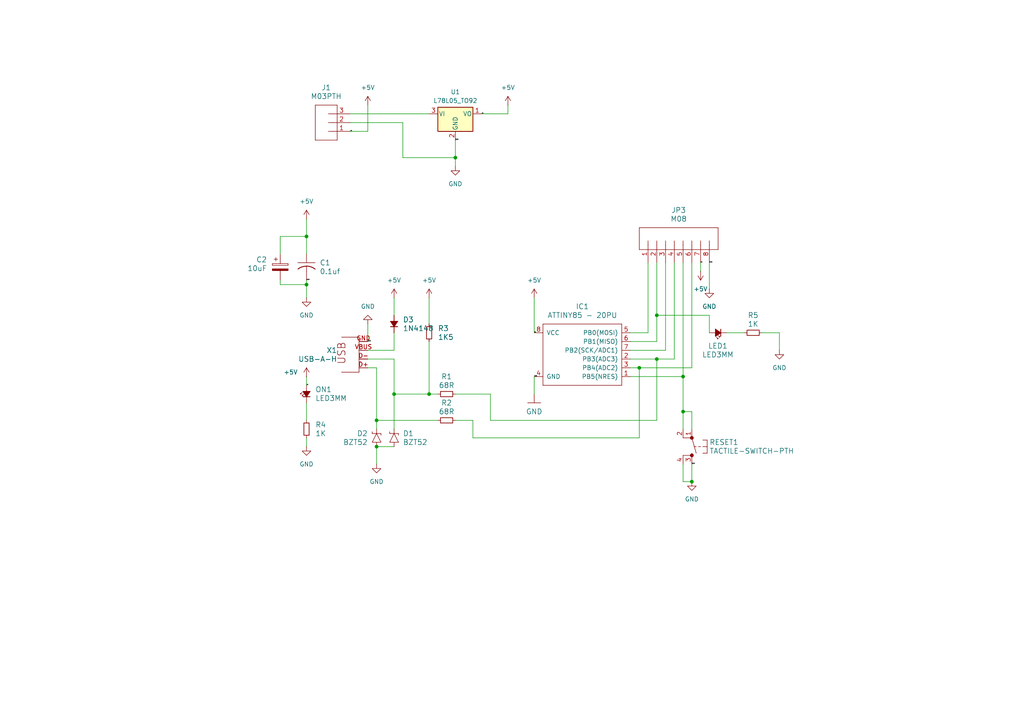
<source format=kicad_sch>
(kicad_sch (version 20250114) (generator "eeschema") (generator_version "9.0")
  (paper "A4")
  (title_block (date "2021-02-06"))
  (lib_symbols
    (symbol "Device:CP" (pin_numbers (hide yes)) (pin_names (offset 0.254))
      (property "Reference" "C" (at 0.635 2.54 0))
      (property "Value" "Device_CP" (at 0.635 -2.54 0))
      (symbol "CP_0_1"
        (rectangle (start -2.286 0.508) (end 2.286 1.016))
        (polyline (pts (xy -1.778 2.286) (xy -0.762 2.286)))
        (polyline (pts (xy -1.27 2.794) (xy -1.27 1.778)))
        (rectangle (start 2.286 -0.508) (end -2.286 -1.016) (fill (type outline)))
      )
      (symbol "CP_1_1"
        (pin passive line (at 0 3.81 270) (length 2.794) (name "~") (number "1"))
        (pin passive line (at 0 -3.81 90) (length 2.794) (name "~") (number "2"))
      )
    )
    (symbol "Device:D_Small_Filled" (pin_numbers (hide yes)) (pin_names (offset 0.254) (hide yes))
      (property "Reference" "D" (at -1.27 2.032 0))
      (property "Value" "D_Small_Filled" (at -3.81 -2.032 0))
      (symbol "D_Small_Filled_0_1"
        (polyline (pts (xy -0.762 0) (xy 0.762 0)))
        (polyline (pts (xy -0.762 -1.016) (xy -0.762 1.016)) (stroke (width 0.254)))
        (polyline (pts (xy 0.762 -1.016) (xy -0.762 0) (xy 0.762 1.016) (xy 0.762 -1.016)) (stroke (width 0.254)) (fill (type outline)))
      )
      (symbol "D_Small_Filled_1_1"
        (pin passive line (at -2.54 0 0) (length 1.778) (name "K") (number "1"))
        (pin passive line (at 2.54 0 180) (length 1.778) (name "A") (number "2"))
      )
    )
    (symbol "Device:LED_Small_Filled" (pin_numbers (hide yes)) (pin_names (offset 0.254) (hide yes))
      (property "Reference" "D" (at -1.27 3.175 0))
      (property "Value" "LED_Small_Filled" (at -4.445 -2.54 0))
      (symbol "LED_Small_Filled_0_1"
        (polyline (pts (xy -0.762 -1.016) (xy -0.762 1.016)) (stroke (width 0.254)))
        (polyline (pts (xy 0 0.762) (xy -0.508 1.27) (xy -0.254 1.27) (xy -0.508 1.27) (xy -0.508 1.016)))
        (polyline (pts (xy 0.508 1.27) (xy 0 1.778) (xy 0.254 1.778) (xy 0 1.778) (xy 0 1.524)))
        (polyline (pts (xy 0.762 -1.016) (xy -0.762 0) (xy 0.762 1.016) (xy 0.762 -1.016)) (stroke (width 0.254)) (fill (type outline)))
        (polyline (pts (xy 1.016 0) (xy -0.762 0)))
      )
      (symbol "LED_Small_Filled_1_1"
        (pin passive line (at -2.54 0 0) (length 1.778) (name "K") (number "1"))
        (pin passive line (at 2.54 0 180) (length 1.778) (name "A") (number "2"))
      )
    )
    (symbol "Device:R_Small" (pin_numbers (hide yes)) (pin_names (offset 0.254) (hide yes))
      (property "Reference" "R" (at 0 0 90))
      (property "Value" "R_Small" (at 1.778 0 90))
      (symbol "R_Small_0_1"
        (rectangle (start -0.762 1.778) (end 0.762 -1.778) (stroke (width 0.2032)))
      )
      (symbol "R_Small_1_1"
        (pin passive line (at 0 2.54 270) (length 0.762) (name "~") (number "1"))
        (pin passive line (at 0 -2.54 90) (length 0.762) (name "~") (number "2"))
      )
    )
    (symbol "Franzininho-eagle-import:ATTINY45TINY45-20-DIP" (pin_names (offset 1.016))
      (property "Reference" "U" (at -12.7 10.16 0))
      (property "Value" "ATTINY45TINY45-20-DIP" (at -12.7 -10.16 0))
      (symbol "ATTINY45TINY45-20-DIP_1_0"
        (polyline (pts (xy -12.7 10.16) (xy 10.16 10.16)))
        (polyline (pts (xy -12.7 -7.62) (xy -12.7 10.16)))
        (polyline (pts (xy 10.16 10.16) (xy 10.16 -7.62)))
        (polyline (pts (xy 10.16 -7.62) (xy -12.7 -7.62)))
        (pin unspecified line (at -15.24 7.62 0) (length 2.54) (name "VCC") (number "8"))
        (pin unspecified line (at -15.24 -5.08 0) (length 2.54) (name "GND") (number "4"))
        (pin unspecified line (at 12.7 7.62 180) (length 2.54) (name "PB0(MOSI)") (number "5"))
        (pin unspecified line (at 12.7 5.08 180) (length 2.54) (name "PB1(MISO)") (number "6"))
        (pin unspecified line (at 12.7 2.54 180) (length 2.54) (name "PB2(SCK/ADC1)") (number "7"))
        (pin unspecified line (at 12.7 0 180) (length 2.54) (name "PB3(ADC3)") (number "2"))
        (pin unspecified line (at 12.7 -2.54 180) (length 2.54) (name "PB4(ADC2)") (number "3"))
        (pin unspecified line (at 12.7 -5.08 180) (length 2.54) (name "PB5(NRES)") (number "1"))
      )
    )
    (symbol "Franzininho-eagle-import:C-US025-025X050" (pin_names (offset 1.016))
      (property "Reference" "C" (at 1.016 0.635 0))
      (property "Value" "C-US025-025X050" (at 1.016 -4.191 0))
      (symbol "C-US025-025X050_1_0"
        (polyline (pts (xy -2.54 0) (xy 2.54 0)))
        (arc (start -2.4638 -1.8288) (mid -1.3004 -1.2095) (end 0 -1.016) (stroke (width 0.254)))
        (polyline (pts (xy 0 -1.016) (xy 0 -2.54)))
        (arc (start 0 -0.9906) (mid 1.3181 -1.2117) (end 2.4892 -1.8542) (stroke (width 0.254)))
        (pin passive line (at 0 2.54 270) (length 2.54) (name "1") (number "1"))
        (pin passive line (at 0 -5.08 90) (length 2.54) (name "2") (number "2"))
      )
    )
    (symbol "Franzininho-eagle-import:DIODE-ZENER" (pin_names (offset 1.016))
      (property "Reference" "D" (at 2.54 0.4826 0))
      (property "Value" "DIODE-ZENER" (at 2.54 -2.3114 0))
      (symbol "DIODE-ZENER_1_0"
        (polyline (pts (xy -2.54 0) (xy -1.27 0)))
        (polyline (pts (xy -1.27 1.27) (xy -1.27 0)))
        (polyline (pts (xy -1.27 0) (xy -1.27 -1.27)))
        (polyline (pts (xy -1.27 -1.27) (xy 1.27 0)))
        (polyline (pts (xy 1.27 1.27) (xy 1.27 0)))
        (polyline (pts (xy 1.27 1.27) (xy 1.778 1.27)))
        (polyline (pts (xy 1.27 0) (xy -1.27 1.27)))
        (polyline (pts (xy 1.27 0) (xy 1.27 -1.27)))
        (polyline (pts (xy 1.27 -1.27) (xy 0.762 -1.27)))
        (polyline (pts (xy 2.54 0) (xy 1.27 0)))
        (pin passive line (at -2.54 0 0) (length 0) (name "A") (number "A"))
        (pin passive line (at 2.54 0 180) (length 0) (name "C") (number "C"))
      )
    )
    (symbol "Franzininho-eagle-import:GND" (power) (pin_names (offset 1.016))
      (property "Value" "GND" (at -2.54 -2.54 0))
      (symbol "GND_1_0"
        (polyline (pts (xy -1.905 0) (xy 1.905 0)))
        (pin power_in line (at 0 2.54 270) (length 2.54) (name "GND") (number "1"))
      )
    )
    (symbol "Franzininho-eagle-import:M03PTH" (pin_names (offset 1.016))
      (property "Reference" "J" (at -2.54 5.842 0))
      (property "Value" "M03PTH" (at -2.54 -7.62 0))
      (symbol "M03PTH_1_0"
        (polyline (pts (xy -2.54 5.08) (xy -2.54 -5.08)))
        (polyline (pts (xy -2.54 5.08) (xy 3.81 5.08)))
        (polyline (pts (xy 1.27 2.54) (xy 2.54 2.54)))
        (polyline (pts (xy 1.27 0) (xy 2.54 0)))
        (polyline (pts (xy 1.27 -2.54) (xy 2.54 -2.54)))
        (polyline (pts (xy 3.81 -5.08) (xy -2.54 -5.08)))
        (polyline (pts (xy 3.81 -5.08) (xy 3.81 5.08)))
        (pin passive line (at 7.62 2.54 180) (length 5.08) (name "3") (number "3"))
        (pin passive line (at 7.62 0 180) (length 5.08) (name "2") (number "2"))
        (pin passive line (at 7.62 -2.54 180) (length 5.08) (name "1") (number "1"))
      )
    )
    (symbol "Franzininho-eagle-import:M08" (pin_names (offset 1.016))
      (property "Reference" "J" (at -5.08 13.462 0))
      (property "Value" "M08" (at -5.08 -12.7 0))
      (symbol "M08_1_0"
        (polyline (pts (xy -5.08 12.7) (xy -5.08 -10.16)))
        (polyline (pts (xy -5.08 12.7) (xy 1.27 12.7)))
        (polyline (pts (xy -1.27 10.16) (xy 0 10.16)))
        (polyline (pts (xy -1.27 7.62) (xy 0 7.62)))
        (polyline (pts (xy -1.27 5.08) (xy 0 5.08)))
        (polyline (pts (xy -1.27 2.54) (xy 0 2.54)))
        (polyline (pts (xy -1.27 0) (xy 0 0)))
        (polyline (pts (xy -1.27 -2.54) (xy 0 -2.54)))
        (polyline (pts (xy -1.27 -5.08) (xy 0 -5.08)))
        (polyline (pts (xy -1.27 -7.62) (xy 0 -7.62)))
        (polyline (pts (xy 1.27 -10.16) (xy -5.08 -10.16)))
        (polyline (pts (xy 1.27 -10.16) (xy 1.27 12.7)))
        (pin passive line (at 5.08 10.16 180) (length 5.08) (name "8") (number "8"))
        (pin passive line (at 5.08 7.62 180) (length 5.08) (name "7") (number "7"))
        (pin passive line (at 5.08 5.08 180) (length 5.08) (name "6") (number "6"))
        (pin passive line (at 5.08 2.54 180) (length 5.08) (name "5") (number "5"))
        (pin passive line (at 5.08 0 180) (length 5.08) (name "4") (number "4"))
        (pin passive line (at 5.08 -2.54 180) (length 5.08) (name "3") (number "3"))
        (pin passive line (at 5.08 -5.08 180) (length 5.08) (name "2") (number "2"))
        (pin passive line (at 5.08 -7.62 180) (length 5.08) (name "1") (number "1"))
      )
    )
    (symbol "Franzininho-eagle-import:TACTILE-SWITCH-PTH" (pin_names (offset 1.016))
      (property "Value" "TACTILE-SWITCH-PTH" (at -4.318 -5.334 0))
      (symbol "TACTILE-SWITCH-PTH_1_0"
        (circle (center -2.54 0) (radius 0.127) (stroke (width 0.4064)))
        (polyline (pts (xy -2.54 0) (xy 1.905 1.27)))
        (polyline (pts (xy -2.54 -2.54) (xy -2.54 0)))
        (polyline (pts (xy -1.905 4.445) (xy -1.905 3.175)))
        (polyline (pts (xy 0 4.445) (xy -1.905 4.445)))
        (polyline (pts (xy 0 4.445) (xy 0 3.175)))
        (polyline (pts (xy 0 2.54) (xy 0 1.905)))
        (polyline (pts (xy 0 1.27) (xy 0 0.635)))
        (polyline (pts (xy 1.905 4.445) (xy 0 4.445)))
        (polyline (pts (xy 1.905 4.445) (xy 1.905 3.175)))
        (polyline (pts (xy 1.905 0) (xy 2.54 0)))
        (circle (center 2.54 0) (radius 0.127) (stroke (width 0.4064)))
        (polyline (pts (xy 2.54 -2.54) (xy 2.54 0)))
        (pin passive line (at -5.08 0 0) (length 2.54) (name "1") (number "1"))
        (pin passive line (at -5.08 -2.54 0) (length 2.54) (name "2") (number "2"))
        (pin passive line (at 5.08 0 180) (length 2.54) (name "3") (number "3"))
        (pin passive line (at 5.08 -2.54 180) (length 2.54) (name "4") (number "4"))
      )
    )
    (symbol "Franzininho-eagle-import:USB-A-H" (pin_names (offset 1.016))
      (property "Reference" "J" (at 0 9.525 0))
      (property "Value" "USB-A-H" (at 0 -3.81 0))
      (symbol "USB-A-H_1_0"
        (polyline (pts (xy 0 8.89) (xy 0 -1.27)))
        (polyline (pts (xy 0 -1.27) (xy 5.08 -1.27)))
        (polyline (pts (xy 5.08 8.89) (xy 0 8.89)))
        (text "USB" (at 3.81 0 900) (effects (font (size 2.159 2.159)) (justify left bottom)))
        (pin unspecified line (at -2.54 7.62 0) (length 2.54) (name "D+") (number "D+"))
        (pin unspecified line (at -2.54 5.08 0) (length 2.54) (name "D-") (number "D-"))
        (pin unspecified line (at -2.54 2.54 0) (length 2.54) (name "VBUS") (number "VBUS"))
        (pin unspecified line (at -2.54 0 0) (length 2.54) (name "GND") (number "GND"))
      )
    )
    (symbol "Regulator_Linear:L78L05_TO92" (pin_names (offset 0.254))
      (property "Reference" "U" (at -3.81 3.175 0))
      (property "Value" "L78L05_TO92" (at 0 3.175 0))
      (symbol "L78L05_TO92_0_1"
        (rectangle (start -5.08 -5.08) (end 5.08 1.905) (stroke (width 0.254)) (fill (type background)))
      )
      (symbol "L78L05_TO92_1_1"
        (pin power_in line (at -7.62 0 0) (length 2.54) (name "VI") (number "3"))
        (pin power_in line (at 0 -7.62 90) (length 2.54) (name "GND") (number "2"))
        (pin power_out line (at 7.62 0 180) (length 2.54) (name "VO") (number "1"))
      )
    )
    (symbol "power:+5V" (power) (pin_numbers (hide yes)) (pin_names (offset 0) (hide yes))
      (property "Value" "+5V" (at 0 3.556 0))
      (symbol "+5V_0_1"
        (polyline (pts (xy -0.762 1.27) (xy 0 2.54)))
        (polyline (pts (xy 0 2.54) (xy 0.762 1.27)))
        (polyline (pts (xy 0 0) (xy 0 2.54)))
      )
      (symbol "+5V_1_1"
        (pin power_in line (at 0 0 90) (length 0) (name "~") (number "1"))
      )
    )
    (symbol "power:GND" (power) (pin_numbers (hide yes)) (pin_names (offset 0) (hide yes))
      (property "Value" "GND" (at 0 -3.81 0))
      (symbol "GND_0_1"
        (polyline (pts (xy 0 0) (xy 0 -1.27) (xy 1.27 -1.27) (xy 0 -2.54) (xy -1.27 -1.27) (xy 0 -1.27)))
      )
      (symbol "GND_1_1"
        (pin power_in line (at 0 0 270) (length 0) (name "~") (number "1"))
      )
    )
  )
  (junction (at 88.9 82.55))
  (junction (at 132.08 45.72))
  (junction (at 190.5 104.14))
  (junction (at 109.22 129.54))
  (junction (at 190.5 91.44))
  (junction (at 114.3 114.3))
  (junction (at 124.46 114.3))
  (junction (at 200.66 139.7))
  (junction (at 88.9 68.58))
  (junction (at 198.12 109.22))
  (junction (at 109.22 121.92))
  (junction (at 198.12 119.38))
  (junction (at 185.42 106.68))
  (wire (pts (xy 116.84 35.56) (xy 116.84 45.72)))
  (wire (pts (xy 182.88 99.06) (xy 190.5 99.06)))
  (wire (pts (xy 190.5 104.14) (xy 195.58 104.14)))
  (wire (pts (xy 124.46 114.3) (xy 127 114.3)))
  (wire (pts (xy 114.3 129.54) (xy 109.22 129.54)))
  (wire (pts (xy 210.82 96.52) (xy 215.9 96.52)))
  (wire (pts (xy 106.68 104.14) (xy 114.3 104.14)))
  (wire (pts (xy 109.22 106.68) (xy 109.22 121.92)))
  (wire (pts (xy 187.96 76.2) (xy 187.96 96.52)))
  (wire (pts (xy 88.9 81.28) (xy 88.9 82.55)))
  (wire (pts (xy 182.88 96.52) (xy 187.96 96.52)))
  (wire (pts (xy 195.58 76.2) (xy 195.58 104.14)))
  (wire (pts (xy 106.68 101.6) (xy 114.3 101.6)))
  (wire (pts (xy 182.88 101.6) (xy 193.04 101.6)))
  (wire (pts (xy 154.94 96.52) (xy 154.94 86.36)))
  (wire (pts (xy 182.88 104.14) (xy 190.5 104.14)))
  (wire (pts (xy 226.06 96.52) (xy 226.06 101.6)))
  (wire (pts (xy 190.5 121.92) (xy 142.24 121.92)))
  (wire (pts (xy 88.9 82.55) (xy 88.9 86.36)))
  (wire (pts (xy 190.5 76.2) (xy 190.5 91.44)))
  (wire (pts (xy 198.12 134.62) (xy 198.12 139.7)))
  (wire (pts (xy 200.66 134.62) (xy 200.66 139.7)))
  (wire (pts (xy 106.68 30.48) (xy 106.68 38.1)))
  (wire (pts (xy 193.04 76.2) (xy 193.04 101.6)))
  (wire (pts (xy 190.5 104.14) (xy 190.5 121.92)))
  (wire (pts (xy 114.3 124.46) (xy 114.3 114.3)))
  (wire (pts (xy 147.32 33.02) (xy 147.32 30.48)))
  (wire (pts (xy 116.84 45.72) (xy 132.08 45.72)))
  (wire (pts (xy 124.46 33.02) (xy 101.6 33.02)))
  (wire (pts (xy 88.9 63.5) (xy 88.9 68.58)))
  (wire (pts (xy 200.66 76.2) (xy 200.66 106.68)))
  (wire (pts (xy 109.22 121.92) (xy 127 121.92)))
  (wire (pts (xy 200.66 119.38) (xy 198.12 119.38)))
  (wire (pts (xy 101.6 35.56) (xy 116.84 35.56)))
  (wire (pts (xy 109.22 124.46) (xy 109.22 121.92)))
  (wire (pts (xy 88.9 127) (xy 88.9 129.54)))
  (wire (pts (xy 124.46 99.06) (xy 124.46 114.3)))
  (wire (pts (xy 198.12 139.7) (xy 200.66 139.7)))
  (wire (pts (xy 182.88 106.68) (xy 185.42 106.68)))
  (wire (pts (xy 132.08 40.64) (xy 132.08 45.72)))
  (wire (pts (xy 190.5 99.06) (xy 190.5 91.44)))
  (wire (pts (xy 205.74 76.2) (xy 205.74 83.82)))
  (wire (pts (xy 185.42 106.68) (xy 185.42 127)))
  (wire (pts (xy 154.94 109.22) (xy 154.94 114.3)))
  (wire (pts (xy 198.12 119.38) (xy 198.12 109.22)))
  (wire (pts (xy 205.74 91.44) (xy 205.74 96.52)))
  (wire (pts (xy 114.3 86.36) (xy 114.3 91.44)))
  (wire (pts (xy 114.3 96.52) (xy 114.3 101.6)))
  (wire (pts (xy 132.08 45.72) (xy 132.08 48.26)))
  (wire (pts (xy 198.12 76.2) (xy 198.12 109.22)))
  (wire (pts (xy 137.16 121.92) (xy 137.16 127)))
  (wire (pts (xy 147.32 33.02) (xy 139.7 33.02)))
  (wire (pts (xy 132.08 114.3) (xy 142.24 114.3)))
  (wire (pts (xy 142.24 121.92) (xy 142.24 114.3)))
  (wire (pts (xy 88.9 68.58) (xy 88.9 73.66)))
  (wire (pts (xy 220.98 96.52) (xy 226.06 96.52)))
  (wire (pts (xy 109.22 129.54) (xy 109.22 134.62)))
  (wire (pts (xy 106.68 99.06) (xy 106.68 93.98)))
  (wire (pts (xy 182.88 109.22) (xy 198.12 109.22)))
  (wire (pts (xy 81.28 81.28) (xy 81.28 82.55)))
  (wire (pts (xy 114.3 114.3) (xy 124.46 114.3)))
  (wire (pts (xy 81.28 82.55) (xy 88.9 82.55)))
  (wire (pts (xy 88.9 111.76) (xy 88.9 109.22)))
  (wire (pts (xy 124.46 86.36) (xy 124.46 93.98)))
  (wire (pts (xy 81.28 73.66) (xy 81.28 68.58)))
  (wire (pts (xy 137.16 127) (xy 185.42 127)))
  (wire (pts (xy 101.6 38.1) (xy 106.68 38.1)))
  (wire (pts (xy 200.66 106.68) (xy 185.42 106.68)))
  (wire (pts (xy 88.9 116.84) (xy 88.9 121.92)))
  (wire (pts (xy 203.2 76.2) (xy 203.2 78.74)))
  (wire (pts (xy 81.28 68.58) (xy 88.9 68.58)))
  (wire (pts (xy 200.66 124.46) (xy 200.66 119.38)))
  (wire (pts (xy 114.3 114.3) (xy 114.3 104.14)))
  (wire (pts (xy 106.68 106.68) (xy 109.22 106.68)))
  (wire (pts (xy 198.12 124.46) (xy 198.12 119.38)))
  (wire (pts (xy 205.74 91.44) (xy 190.5 91.44)))
  (wire (pts (xy 132.08 121.92) (xy 137.16 121.92)))
  (label "5V" (at 139.7 33.02 0) (effects (font (size 0.254 0.254))))
  (label "GND" (at 132.08 40.64 0) (effects (font (size 0.254 0.254))))
  (label "5V" (at 203.2 76.2 0) (effects (font (size 0.254 0.254))))
  (label "GND" (at 154.94 109.22 0) (effects (font (size 0.254 0.254))))
  (label "5V" (at 88.9 111.76 0) (effects (font (size 0.254 0.254))))
  (label "GND" (at 205.74 76.2 0) (effects (font (size 0.254 0.254))))
  (label "GND" (at 88.9 81.28 0) (effects (font (size 0.254 0.254))))
  (label "GND" (at 200.66 134.62 0) (effects (font (size 0.254 0.254))))
  (label "5V" (at 101.6 38.1 0) (effects (font (size 0.254 0.254))))
  (label "GND" (at 106.68 99.06 0) (effects (font (size 0.254 0.254))))
  (label "5V" (at 154.94 96.52 0) (effects (font (size 0.254 0.254))))
  (symbol (lib_id "Franzininho-eagle-import:TACTILE-SWITCH-PTH") (at 200.66 129.54 270) (unit 1)
    (property "Reference" "RESET1" (at 205.74 128.2699 90) (effects (font (size 1.4986 1.4986)) (justify left)))
    (property "Value" "TACTILE-SWITCH-PTH" (at 205.74 130.8099 90) (effects (font (size 1.4986 1.4986)) (justify left)))
    (property "Footprint" "Franzininho:TAC-SWITCH-PTH" (effects (hide yes)))
  )
  (symbol (lib_id "Device:LED_Small_Filled") (at 208.28 96.52 180) (unit 1)
    (property "Reference" "LED1" (at 208.2165 100.33 0) (effects (font (size 1.4986 1.4986))))
    (property "Value" "LED3MM" (at 208.2165 102.87 0) (effects (font (size 1.4986 1.4986))))
    (property "Footprint" "Franzininho:LED3MM" (effects (hide yes)))
    (property "Description" "Light emitting diode, small symbol, filled shape" (effects (hide yes)))
    (property "Sim.Pins" "1=K 2=A" (effects (hide yes)))
  )
  (symbol (lib_id "Franzininho-eagle-import:M03PTH") (at 93.98 35.56 0) (unit 1)
    (property "Reference" "J1" (at 94.615 25.4 0) (effects (font (size 1.4986 1.4986))))
    (property "Value" "M03PTH" (at 94.615 27.94 0) (effects (font (size 1.4986 1.4986))))
    (property "Footprint" "Franzininho:1X03" (effects (hide yes)))
  )
  (symbol (lib_id "Franzininho-eagle-import:GND") (at 154.94 116.84 0) (unit 1)
    (property "Reference" "#GND02" (effects (hide yes)))
    (property "Value" "GND" (at 154.94 119.38 0) (effects (font (size 1.4986 1.4986))))
  )
  (symbol (lib_id "Franzininho-eagle-import:DIODE-ZENER") (at 109.22 127 90) (unit 1)
    (property "Reference" "D2" (at 106.68 125.7299 90) (effects (font (size 1.4986 1.4986)) (justify left)))
    (property "Value" "BZT52" (at 106.68 128.2699 90) (effects (font (size 1.4986 1.4986)) (justify left)))
    (property "Footprint" "Franzininho:DIODE-BZT52" (effects (hide yes)))
  )
  (symbol (lib_id "Device:R_Small") (at 129.54 114.3 90) (unit 1)
    (property "Reference" "R1" (at 129.54 109.22 90) (effects (font (size 1.4986 1.4986))))
    (property "Value" "68R" (at 129.54 111.76 90) (effects (font (size 1.4986 1.4986))))
    (property "Footprint" "Franzininho:AXIAL-0.4" (effects (hide yes)))
    (property "Description" "Resistor, small symbol" (effects (hide yes)))
  )
  (symbol (lib_id "Regulator_Linear:L78L05_TO92") (at 132.08 33.02 0) (unit 1)
    (property "Reference" "U1" (at 132.08 26.67 0))
    (property "Value" "L78L05_TO92" (at 132.08 29.21 0))
    (property "Footprint" "library:TO-92_Inline_Wide" (effects (hide yes)))
    (property "Datasheet" "http://www.st.com/content/ccc/resource/technical/document/datasheet/15/55/e5/aa/23/5b/43/fd/CD00000446.pdf/files/CD00000446.pdf/jcr:content/translations/en.CD00000446.pdf" (effects (hide yes)))
  )
  (symbol (lib_id "Device:R_Small") (at 124.46 96.52 0) (unit 1)
    (property "Reference" "R3" (at 127 95.2499 0) (effects (font (size 1.4986 1.4986)) (justify left)))
    (property "Value" "1K5" (at 127 97.7899 0) (effects (font (size 1.4986 1.4986)) (justify left)))
    (property "Footprint" "Franzininho:AXIAL-0.4" (effects (hide yes)))
    (property "Description" "Resistor, small symbol" (effects (hide yes)))
  )
  (symbol (lib_id "Franzininho-eagle-import:M08") (at 195.58 71.12 270) (unit 1)
    (property "Reference" "JP3" (at 196.85 60.96 90) (effects (font (size 1.4986 1.4986))))
    (property "Value" "M08" (at 196.85 63.5 90) (effects (font (size 1.4986 1.4986))))
    (property "Footprint" "Franzininho:1X08_ROUND" (effects (hide yes)))
  )
  (symbol (lib_id "Device:CP") (at 81.28 77.47 0) (unit 1)
    (property "Reference" "C2" (at 77.47 75.3109 0) (effects (font (size 1.4986 1.4986)) (justify right)))
    (property "Value" "10uF" (at 77.47 77.8509 0) (effects (font (size 1.4986 1.4986)) (justify right)))
    (property "Footprint" "Capacitors_THT:CP_Radial_D5.0mm_P2.50mm" (effects (hide yes)))
  )
  (symbol (lib_id "Franzininho-eagle-import:USB-A-H") (at 104.14 99.06 180) (unit 1)
    (property "Reference" "X1" (at 97.79 101.5999 0) (effects (font (size 1.4986 1.4986)) (justify left)))
    (property "Value" "USB-A-H" (at 97.79 104.1399 0) (effects (font (size 1.4986 1.4986)) (justify left)))
    (property "Footprint" "Franzininho:USB-A-H" (effects (hide yes)))
  )
  (symbol (lib_id "Franzininho-eagle-import:DIODE-ZENER") (at 114.3 127 90) (unit 1)
    (property "Reference" "D1" (at 116.84 125.7299 90) (effects (font (size 1.4986 1.4986)) (justify right)))
    (property "Value" "BZT52" (at 116.84 128.2699 90) (effects (font (size 1.4986 1.4986)) (justify right)))
    (property "Footprint" "Franzininho:DIODE-BZT52" (effects (hide yes)))
  )
  (symbol (lib_id "Device:R_Small") (at 129.54 121.92 90) (unit 1)
    (property "Reference" "R2" (at 129.54 116.84 90) (effects (font (size 1.4986 1.4986))))
    (property "Value" "68R" (at 129.54 119.38 90) (effects (font (size 1.4986 1.4986))))
    (property "Footprint" "Franzininho:AXIAL-0.4" (effects (hide yes)))
    (property "Description" "Resistor, small symbol" (effects (hide yes)))
  )
  (symbol (lib_id "Franzininho-eagle-import:ATTINY45TINY45-20-DIP") (at 170.18 104.14 0) (unit 1)
    (property "Reference" "IC1" (at 168.91 88.9 0) (effects (font (size 1.4986 1.4986))))
    (property "Value" "ATTINY85 - 20PU" (at 168.91 91.44 0) (effects (font (size 1.4986 1.4986))))
    (property "Footprint" "Housings_DIP:DIP-8_W7.62mm_Socket_LongPads" (effects (hide yes)))
  )
  (symbol (lib_id "Device:R_Small") (at 218.44 96.52 270) (unit 1)
    (property "Reference" "R5" (at 218.44 91.44 90) (effects (font (size 1.4986 1.4986))))
    (property "Value" "1K" (at 218.44 93.98 90) (effects (font (size 1.4986 1.4986))))
    (property "Footprint" "Franzininho:AXIAL-0.4" (effects (hide yes)))
    (property "Description" "Resistor, small symbol" (effects (hide yes)))
  )
  (symbol (lib_id "Device:R_Small") (at 88.9 124.46 180) (unit 1)
    (property "Reference" "R4" (at 91.44 123.1899 0) (effects (font (size 1.4986 1.4986)) (justify right)))
    (property "Value" "1K" (at 91.44 125.7299 0) (effects (font (size 1.4986 1.4986)) (justify right)))
    (property "Footprint" "Franzininho:AXIAL-0.4" (effects (hide yes)))
    (property "Description" "Resistor, small symbol" (effects (hide yes)))
  )
  (symbol (lib_id "Device:LED_Small_Filled") (at 88.9 114.3 90) (unit 1)
    (property "Reference" "ON1" (at 91.44 112.9664 90) (effects (font (size 1.4986 1.4986)) (justify right)))
    (property "Value" "LED3MM" (at 91.44 115.5064 90) (effects (font (size 1.4986 1.4986)) (justify right)))
    (property "Footprint" "Franzininho:LED3MM" (effects (hide yes)))
    (property "Description" "Light emitting diode, small symbol, filled shape" (effects (hide yes)))
    (property "Sim.Pins" "1=K 2=A" (effects (hide yes)))
  )
  (symbol (lib_id "Franzininho-eagle-import:C-US025-025X050") (at 88.9 76.2 0) (unit 1)
    (property "Reference" "C1" (at 92.71 76.1999 0) (effects (font (size 1.4986 1.4986)) (justify left)))
    (property "Value" "0.1uf" (at 92.71 78.7399 0) (effects (font (size 1.4986 1.4986)) (justify left)))
    (property "Footprint" "Franzininho:C025-025X050" (effects (hide yes)))
  )
  (symbol (lib_id "Device:D_Small_Filled") (at 114.3 93.98 90) (unit 1)
    (property "Reference" "D3" (at 116.84 92.7099 90) (effects (font (size 1.4986 1.4986)) (justify right)))
    (property "Value" "1N4148" (at 116.84 95.2499 90) (effects (font (size 1.4986 1.4986)) (justify right)))
    (property "Footprint" "Franzininho:DIODE-1N4148" (effects (hide yes)))
    (property "Description" "Diode, small symbol, filled shape" (effects (hide yes)))
    (property "Sim.Device" "D" (effects (hide yes)))
    (property "Sim.Pins" "1=K 2=A" (effects (hide yes)))
  )
  (symbol (lib_id "power:+5V") (at 88.9 63.5 0) (unit 1)
    (property "Reference" "#PWR010" (effects (hide yes)))
    (property "Value" "+5V" (at 88.9 58.42 0))
    (property "Description" "Power symbol creates a global label with name \"+5V\"" (effects (hide yes)))
  )
  (symbol (lib_id "power:GND") (at 132.08 48.26 0) (unit 1)
    (property "Reference" "#PWR06" (effects (hide yes)))
    (property "Value" "GND" (at 132.08 53.34 0))
    (property "Description" "Power symbol creates a global label with name \"GND\" , ground" (effects (hide yes)))
  )
  (symbol (lib_id "power:GND") (at 109.22 134.62 0) (unit 1)
    (property "Reference" "#PWR03" (effects (hide yes)))
    (property "Value" "GND" (at 109.22 139.7 0))
    (property "Description" "Power symbol creates a global label with name \"GND\" , ground" (effects (hide yes)))
  )
  (symbol (lib_id "power:+5V") (at 106.68 30.48 0) (unit 1)
    (property "Reference" "#PWR09" (effects (hide yes)))
    (property "Value" "+5V" (at 106.68 25.4 0))
    (property "Description" "Power symbol creates a global label with name \"+5V\"" (effects (hide yes)))
  )
  (symbol (lib_id "power:GND") (at 205.74 83.82 0) (unit 1)
    (property "Reference" "#PWR07" (effects (hide yes)))
    (property "Value" "GND" (at 205.74 88.9 0))
    (property "Description" "Power symbol creates a global label with name \"GND\" , ground" (effects (hide yes)))
  )
  (symbol (lib_id "power:GND") (at 106.68 93.98 180) (unit 1)
    (property "Reference" "#PWR016" (effects (hide yes)))
    (property "Value" "GND" (at 106.68 88.9 0))
    (property "Description" "Power symbol creates a global label with name \"GND\" , ground" (effects (hide yes)))
  )
  (symbol (lib_id "power:GND") (at 88.9 86.36 0) (unit 1)
    (property "Reference" "#PWR05" (effects (hide yes)))
    (property "Value" "GND" (at 88.9 91.44 0))
    (property "Description" "Power symbol creates a global label with name \"GND\" , ground" (effects (hide yes)))
  )
  (symbol (lib_id "power:GND") (at 226.06 101.6 0) (unit 1)
    (property "Reference" "#PWR01" (effects (hide yes)))
    (property "Value" "GND" (at 226.06 106.68 0))
    (property "Description" "Power symbol creates a global label with name \"GND\" , ground" (effects (hide yes)))
  )
  (symbol (lib_id "power:+5V") (at 124.46 86.36 0) (unit 1)
    (property "Reference" "#PWR013" (effects (hide yes)))
    (property "Value" "+5V" (at 124.46 81.28 0))
    (property "Description" "Power symbol creates a global label with name \"+5V\"" (effects (hide yes)))
  )
  (symbol (lib_id "power:GND") (at 200.66 139.7 0) (unit 1)
    (property "Reference" "#PWR02" (effects (hide yes)))
    (property "Value" "GND" (at 200.66 144.78 0))
    (property "Description" "Power symbol creates a global label with name \"GND\" , ground" (effects (hide yes)))
  )
  (symbol (lib_id "power:+5V") (at 154.94 86.36 0) (unit 1)
    (property "Reference" "#PWR014" (effects (hide yes)))
    (property "Value" "+5V" (at 154.94 81.28 0))
    (property "Description" "Power symbol creates a global label with name \"+5V\"" (effects (hide yes)))
  )
  (symbol (lib_id "power:+5V") (at 88.9 109.22 0) (unit 1)
    (property "Reference" "#PWR011" (effects (hide yes)))
    (property "Value" "+5V" (at 86.36 107.9499 0) (effects (justify right)))
    (property "Description" "Power symbol creates a global label with name \"+5V\"" (effects (hide yes)))
  )
  (symbol (lib_id "power:+5V") (at 114.3 86.36 0) (unit 1)
    (property "Reference" "#PWR012" (effects (hide yes)))
    (property "Value" "+5V" (at 114.3 81.28 0))
    (property "Description" "Power symbol creates a global label with name \"+5V\"" (effects (hide yes)))
  )
  (symbol (lib_id "power:+5V") (at 203.2 78.74 180) (unit 1)
    (property "Reference" "#PWR015" (effects (hide yes)))
    (property "Value" "+5V" (at 203.2 83.82 0))
    (property "Description" "Power symbol creates a global label with name \"+5V\"" (effects (hide yes)))
  )
  (symbol (lib_id "power:+5V") (at 147.32 30.48 0) (unit 1)
    (property "Reference" "#PWR08" (effects (hide yes)))
    (property "Value" "+5V" (at 147.32 25.4 0))
    (property "Description" "Power symbol creates a global label with name \"+5V\"" (effects (hide yes)))
  )
  (symbol (lib_id "power:GND") (at 88.9 129.54 0) (unit 1)
    (property "Reference" "#PWR04" (effects (hide yes)))
    (property "Value" "GND" (at 88.9 134.62 0))
    (property "Description" "Power symbol creates a global label with name \"GND\" , ground" (effects (hide yes)))
  )
)
</source>
